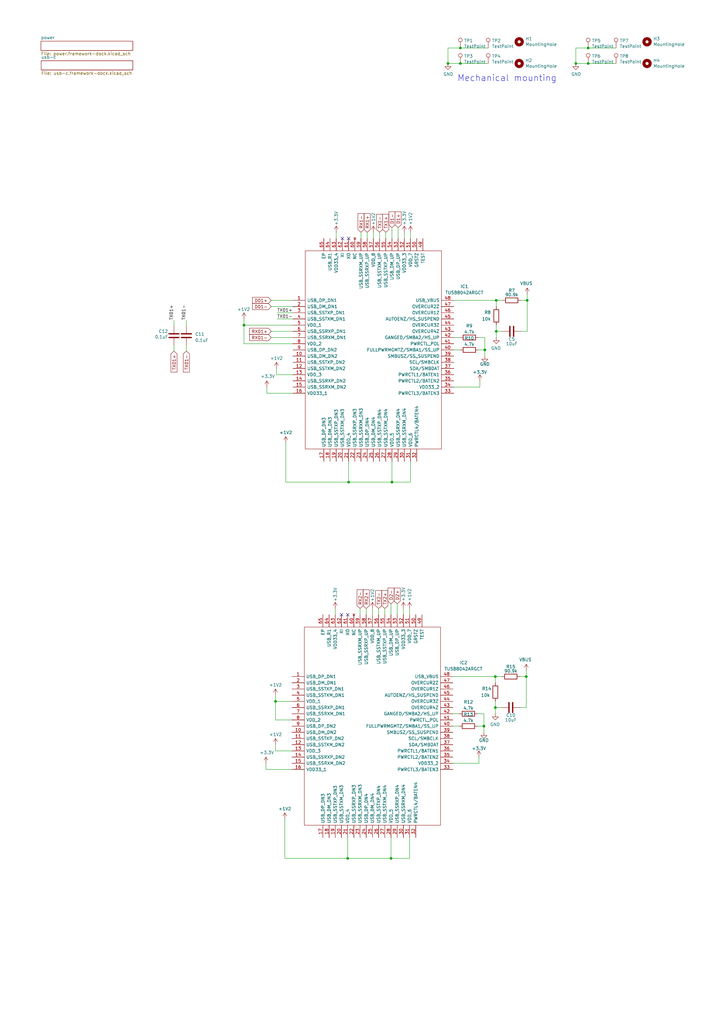
<source format=kicad_sch>
(kicad_sch (version 20230121) (generator eeschema)
  (paper "A3" portrait)
  (title_block (title "Framework Dock") (date "2023-04-29") (rev "X1") (comment 1 "This work is licensed under a Creative Commons Attribution 4.0 International License") (comment 4 "https://baumistlustig.eu/"))
  (lib_symbols
    (symbol "Connector:TestPoint" (pin_numbers hide) (pin_names (offset 0.762) hide)
      (property "Reference" "TP" (at 0 6.858 0))
      (property "Value" "TestPoint" (at 0 5.08 0))
      (symbol "TestPoint_0_1"
        (circle (center 0 3.302) (radius 0.762))
      )
      (symbol "TestPoint_1_1"
        (pin passive line (at 0 0 90) (length 2.54) (name "1") (number "1"))
      )
    )
    (symbol "Device:C" (pin_numbers hide) (pin_names (offset 0.254))
      (property "Reference" "C" (at 0.635 2.54 0))
      (property "Value" "C" (at 0.635 -2.54 0))
      (symbol "C_0_1"
        (polyline (pts (xy -2.032 -0.762) (xy 2.032 -0.762)) (stroke (width 0.508)))
        (polyline (pts (xy -2.032 0.762) (xy 2.032 0.762)) (stroke (width 0.508)))
      )
      (symbol "C_1_1"
        (pin passive line (at 0 3.81 270) (length 2.794) (name "~") (number "1"))
        (pin passive line (at 0 -3.81 90) (length 2.794) (name "~") (number "2"))
      )
    )
    (symbol "Device:R" (pin_numbers hide) (pin_names (offset 0))
      (property "Reference" "R" (at 2.032 0 90))
      (property "Value" "R" (at 0 0 90))
      (symbol "R_0_1"
        (rectangle (start -1.016 -2.54) (end 1.016 2.54) (stroke (width 0.254)))
      )
      (symbol "R_1_1"
        (pin passive line (at 0 3.81 270) (length 1.27) (name "~") (number "1"))
        (pin passive line (at 0 -3.81 90) (length 1.27) (name "~") (number "2"))
      )
    )
    (symbol "Mechanical:MountingHole" (pin_names (offset 1.016))
      (property "Reference" "H" (at 0 5.08 0))
      (property "Value" "MountingHole" (at 0 3.175 0))
      (symbol "MountingHole_0_1"
        (circle (center 0 0) (radius 1.27) (stroke (width 1.27)))
      )
    )
    (symbol "TUSB8042A:TUSB8042ARGCT" (pin_names (offset 0.762))
      (property "Reference" "IC" (at 62.23 25.4 0))
      (property "Value" "TUSB8042ARGCT" (at 62.23 22.86 0))
      (symbol "TUSB8042ARGCT_0_0"
        (pin passive line (at 0 0 0) (length 5.08) (name "USB_DP_DN1") (number "1"))
        (pin passive line (at 0 -22.86 0) (length 5.08) (name "USB_DM_DN2") (number "10"))
        (pin passive line (at 0 -25.4 0) (length 5.08) (name "USB_SSTXP_DN2") (number "11"))
        (pin passive line (at 0 -27.94 0) (length 5.08) (name "USB_SSTXM_DN2") (number "12"))
        (pin passive line (at 0 -30.48 0) (length 5.08) (name "VDD_3") (number "13"))
        (pin passive line (at 0 -33.02 0) (length 5.08) (name "USB_SSRXP_DN2") (number "14"))
        (pin passive line (at 0 -35.56 0) (length 5.08) (name "USB_SSRXM_DN2") (number "15"))
        (pin passive line (at 0 -38.1 0) (length 5.08) (name "VDD33_1") (number "16"))
        (pin passive line (at 12.7 -66.04 90) (length 5.08) (name "USB_DP_DN3") (number "17"))
        (pin passive line (at 15.24 -66.04 90) (length 5.08) (name "USB_DM_DN3") (number "18"))
        (pin passive line (at 17.78 -66.04 90) (length 5.08) (name "USB_SSTXP_DN3") (number "19"))
        (pin passive line (at 0 -2.54 0) (length 5.08) (name "USB_DM_DN1") (number "2"))
        (pin passive line (at 20.32 -66.04 90) (length 5.08) (name "USB_SSTXM_DN3") (number "20"))
        (pin passive line (at 22.86 -66.04 90) (length 5.08) (name "VDD_4") (number "21"))
        (pin passive line (at 25.4 -66.04 90) (length 5.08) (name "USB_SSRXP_DN3") (number "22"))
        (pin passive line (at 27.94 -66.04 90) (length 5.08) (name "USB_SSRXM_DN3") (number "23"))
        (pin passive line (at 30.48 -66.04 90) (length 5.08) (name "USB_DP_DN4") (number "24"))
        (pin passive line (at 33.02 -66.04 90) (length 5.08) (name "USB_DM_DN4") (number "25"))
        (pin passive line (at 35.56 -66.04 90) (length 5.08) (name "USB_SSTXP_DN4") (number "26"))
        (pin passive line (at 38.1 -66.04 90) (length 5.08) (name "USB_SSTXM_DN4") (number "27"))
        (pin passive line (at 40.64 -66.04 90) (length 5.08) (name "VDD_5") (number "28"))
        (pin passive line (at 43.18 -66.04 90) (length 5.08) (name "USB_SSRXP_DN4") (number "29"))
        (pin passive line (at 0 -5.08 0) (length 5.08) (name "USB_SSTXP_DN1") (number "3"))
        (pin passive line (at 45.72 -66.04 90) (length 5.08) (name "USB_SSRXM_DN4") (number "30"))
        (pin passive line (at 48.26 -66.04 90) (length 5.08) (name "VDD_6") (number "31"))
        (pin passive line (at 50.8 -66.04 90) (length 5.08) (name "PWRCTL4/BATEN4") (number "32"))
        (pin passive line (at 66.04 -38.1 180) (length 5.08) (name "PWRCTL3/BATEN3") (number "33"))
        (pin passive line (at 66.04 -35.56 180) (length 5.08) (name "VDD33_2") (number "34"))
        (pin passive line (at 66.04 -33.02 180) (length 5.08) (name "PWRCTL2/BATEN2") (number "35"))
        (pin passive line (at 66.04 -30.48 180) (length 5.08) (name "PWRCTL1/BATEN1") (number "36"))
        (pin passive line (at 66.04 -27.94 180) (length 5.08) (name "SDA/SMBDAT") (number "37"))
        (pin passive line (at 66.04 -25.4 180) (length 5.08) (name "SCL/SMBCLK") (number "38"))
        (pin passive line (at 66.04 -22.86 180) (length 5.08) (name "SMBUSZ/SS_SUSPEND") (number "39"))
        (pin passive line (at 0 -7.62 0) (length 5.08) (name "USB_SSTXM_DN1") (number "4"))
        (pin passive line (at 66.04 -20.32 180) (length 5.08) (name "FULLPWRMGMTZ/SMBA1/SS_UP") (number "40"))
        (pin passive line (at 66.04 -17.78 180) (length 5.08) (name "PWRCTL_POL") (number "41"))
        (pin passive line (at 66.04 -15.24 180) (length 5.08) (name "GANGED/SMBA2/HS_UP") (number "42"))
        (pin passive line (at 66.04 -12.7 180) (length 5.08) (name "OVERCUR4Z") (number "43"))
        (pin passive line (at 66.04 -10.16 180) (length 5.08) (name "OVERCUR3Z") (number "44"))
        (pin passive line (at 66.04 -7.62 180) (length 5.08) (name "AUTOENZ/HS_SUSPEND") (number "45"))
        (pin passive line (at 66.04 -5.08 180) (length 5.08) (name "OVERCUR1Z") (number "46"))
        (pin passive line (at 66.04 -2.54 180) (length 5.08) (name "OVERCUR2Z") (number "47"))
        (pin passive line (at 66.04 0 180) (length 5.08) (name "USB_VBUS") (number "48"))
        (pin passive line (at 53.34 25.4 270) (length 5.08) (name "TEST") (number "49"))
        (pin passive line (at 0 -10.16 0) (length 5.08) (name "VDD_1") (number "5"))
        (pin passive line (at 50.8 25.4 270) (length 5.08) (name "GRSTZ") (number "50"))
        (pin passive line (at 48.26 25.4 270) (length 5.08) (name "VDD_7") (number "51"))
        (pin passive line (at 45.72 25.4 270) (length 5.08) (name "VDD33_3") (number "52"))
        (pin passive line (at 43.18 25.4 270) (length 5.08) (name "USB_DP_UP") (number "53"))
        (pin passive line (at 40.64 25.4 270) (length 5.08) (name "USB_DM_UP") (number "54"))
        (pin passive line (at 38.1 25.4 270) (length 5.08) (name "USB_SSTXP_UP") (number "55"))
        (pin passive line (at 35.56 25.4 270) (length 5.08) (name "USB_SSTXM_UP") (number "56"))
        (pin passive line (at 33.02 25.4 270) (length 5.08) (name "VDD_8") (number "57"))
        (pin passive line (at 30.48 25.4 270) (length 5.08) (name "USB_SSRXP_UP") (number "58"))
        (pin passive line (at 27.94 25.4 270) (length 5.08) (name "USB_SSRXM_UP") (number "59"))
        (pin passive line (at 0 -12.7 0) (length 5.08) (name "USB_SSRXP_DN1") (number "6"))
        (pin no_connect line (at 25.4 25.4 270) (length 5.08) (name "NC") (number "60"))
        (pin passive line (at 22.86 25.4 270) (length 5.08) (name "XO") (number "61"))
        (pin passive line (at 20.32 25.4 270) (length 5.08) (name "XI") (number "62"))
        (pin passive line (at 17.78 25.4 270) (length 5.08) (name "VDD33_4") (number "63"))
        (pin passive line (at 15.24 25.4 270) (length 5.08) (name "USB_R1") (number "64"))
        (pin passive line (at 12.7 25.4 270) (length 5.08) (name "EP") (number "65"))
        (pin passive line (at 0 -15.24 0) (length 5.08) (name "USB_SSRXM_DN1") (number "7"))
        (pin passive line (at 0 -17.78 0) (length 5.08) (name "VDD_2") (number "8"))
        (pin passive line (at 0 -20.32 0) (length 5.08) (name "USB_DP_DN2") (number "9"))
      )
      (symbol "TUSB8042ARGCT_0_1"
        (polyline (pts (xy 5.08 20.32) (xy 60.96 20.32) (xy 60.96 -60.96) (xy 5.08 -60.96) (xy 5.08 20.32)) (stroke (width 0.1524)))
      )
    )
    (symbol "power:+1V2" (power) (pin_names (offset 0))
      (property "Value" "+1V2" (at 0 3.556 0))
      (symbol "+1V2_0_1"
        (polyline (pts (xy -0.762 1.27) (xy 0 2.54)))
        (polyline (pts (xy 0 0) (xy 0 2.54)))
        (polyline (pts (xy 0 2.54) (xy 0.762 1.27)))
      )
      (symbol "+1V2_1_1"
        (pin power_in line (at 0 0 90) (length 0) hide (name "+1V2") (number "1"))
      )
    )
    (symbol "power:+3.3V" (power) (pin_names (offset 0))
      (property "Value" "+3.3V" (at 0 3.556 0))
      (symbol "+3.3V_0_1"
        (polyline (pts (xy -0.762 1.27) (xy 0 2.54)))
        (polyline (pts (xy 0 0) (xy 0 2.54)))
        (polyline (pts (xy 0 2.54) (xy 0.762 1.27)))
      )
      (symbol "+3.3V_1_1"
        (pin power_in line (at 0 0 90) (length 0) hide (name "+3.3V") (number "1"))
      )
    )
    (symbol "power:GND" (power) (pin_names (offset 0))
      (property "Value" "GND" (at 0 -3.81 0))
      (symbol "GND_0_1"
        (polyline (pts (xy 0 0) (xy 0 -1.27) (xy 1.27 -1.27) (xy 0 -2.54) (xy -1.27 -1.27) (xy 0 -1.27)))
      )
      (symbol "GND_1_1"
        (pin power_in line (at 0 0 270) (length 0) hide (name "GND") (number "1"))
      )
    )
    (symbol "power:VBUS" (power) (pin_names (offset 0))
      (property "Value" "VBUS" (at 0 3.81 0))
      (symbol "VBUS_0_1"
        (polyline (pts (xy -0.762 1.27) (xy 0 2.54)))
        (polyline (pts (xy 0 0) (xy 0 2.54)))
        (polyline (pts (xy 0 2.54) (xy 0.762 1.27)))
      )
      (symbol "VBUS_1_1"
        (pin power_in line (at 0 0 90) (length 0) hide (name "VBUS") (number "1"))
      )
    )
  )
  (junction (at 160.782 197.739))
  (junction (at 188.849 19.685))
  (junction (at 183.769 26.035))
  (junction (at 142.621 352.044))
  (junction (at 198.501 297.815))
  (junction (at 143.002 197.739))
  (junction (at 215.9 277.495))
  (junction (at 203.2 277.495))
  (junction (at 160.401 352.044))
  (junction (at 203.581 135.89))
  (junction (at 236.22 26.035))
  (junction (at 241.3 19.685))
  (junction (at 203.581 123.19))
  (junction (at 216.281 123.19))
  (junction (at 241.3 26.035))
  (junction (at 198.882 143.51))
  (junction (at 188.849 26.035))
  (junction (at 113.03 287.655))
  (junction (at 203.2 290.195))
  (junction (at 100.076 133.35))
  (no_connect (at 142.621 252.095))
  (no_connect (at 143.002 97.79))
  (no_connect (at 140.462 97.79))
  (no_connect (at 140.081 252.095))
  (wire (pts (xy 186.182 123.19) (xy 203.581 123.19)))
  (wire (pts (xy 168.021 352.044) (xy 168.021 343.535)))
  (wire (pts (xy 143.002 189.23) (xy 143.002 197.739)))
  (wire (pts (xy 198.882 143.51) (xy 196.342 143.51)))
  (wire (pts (xy 153.162 97.79) (xy 153.162 95.25)))
  (wire (pts (xy 185.801 313.055) (xy 196.469 313.055)))
  (wire (pts (xy 113.665 128.27) (xy 120.142 128.27)))
  (wire (pts (xy 152.781 252.095) (xy 152.781 249.555)))
  (wire (pts (xy 200.279 26.035) (xy 188.849 26.035)))
  (wire (pts (xy 185.801 292.735) (xy 188.341 292.735)))
  (wire (pts (xy 216.281 123.19) (xy 216.281 135.89)))
  (wire (pts (xy 120.142 161.29) (xy 109.474 161.29)))
  (wire (pts (xy 168.402 197.739) (xy 168.402 189.23)))
  (wire (pts (xy 215.9 277.495) (xy 213.36 277.495)))
  (wire (pts (xy 198.882 138.43) (xy 196.342 138.43)))
  (wire (pts (xy 198.501 297.815) (xy 198.501 300.355)))
  (wire (pts (xy 186.182 143.51) (xy 188.722 143.51)))
  (wire (pts (xy 203.2 277.495) (xy 203.2 280.035)))
  (wire (pts (xy 71.374 133.858) (xy 71.374 131.318)))
  (wire (pts (xy 205.74 277.495) (xy 203.2 277.495)))
  (wire (pts (xy 113.03 307.975) (xy 113.03 305.435)))
  (wire (pts (xy 76.454 133.858) (xy 76.454 131.318)))
  (wire (pts (xy 111.252 123.19) (xy 120.142 123.19)))
  (wire (pts (xy 252.73 19.685) (xy 241.3 19.685)))
  (wire (pts (xy 158.242 97.79) (xy 158.242 95.25)))
  (wire (pts (xy 203.581 135.89) (xy 203.581 133.35)))
  (wire (pts (xy 236.22 19.685) (xy 236.22 26.035)))
  (wire (pts (xy 160.782 97.79) (xy 160.782 93.345)))
  (wire (pts (xy 150.241 252.095) (xy 150.241 249.555)))
  (wire (pts (xy 215.9 277.495) (xy 215.9 290.195)))
  (wire (pts (xy 113.411 153.67) (xy 113.411 151.13)))
  (wire (pts (xy 113.03 295.275) (xy 119.761 295.275)))
  (wire (pts (xy 137.541 252.095) (xy 137.541 249.555)))
  (wire (pts (xy 203.581 123.19) (xy 203.581 125.73)))
  (wire (pts (xy 198.501 292.735) (xy 195.961 292.735)))
  (wire (pts (xy 100.076 133.35) (xy 100.076 140.97)))
  (wire (pts (xy 215.9 277.495) (xy 215.9 274.955)))
  (wire (pts (xy 113.03 307.975) (xy 119.761 307.975)))
  (wire (pts (xy 165.481 252.095) (xy 165.481 249.555)))
  (wire (pts (xy 76.454 144.018) (xy 76.454 141.478)))
  (wire (pts (xy 216.281 135.89) (xy 213.741 135.89)))
  (wire (pts (xy 186.182 158.75) (xy 196.85 158.75)))
  (wire (pts (xy 160.782 197.739) (xy 168.402 197.739)))
  (wire (pts (xy 186.182 138.43) (xy 188.722 138.43)))
  (wire (pts (xy 155.321 252.095) (xy 155.321 249.555)))
  (wire (pts (xy 116.84 352.044) (xy 142.621 352.044)))
  (wire (pts (xy 100.076 140.97) (xy 120.142 140.97)))
  (wire (pts (xy 143.002 197.739) (xy 160.782 197.739)))
  (wire (pts (xy 160.401 343.535) (xy 160.401 352.044)))
  (wire (pts (xy 148.082 97.79) (xy 148.082 95.25)))
  (wire (pts (xy 183.769 19.685) (xy 183.769 26.035)))
  (wire (pts (xy 198.501 297.815) (xy 195.961 297.815)))
  (wire (pts (xy 196.85 158.75) (xy 196.85 156.21)))
  (wire (pts (xy 71.374 144.018) (xy 71.374 141.478)))
  (wire (pts (xy 216.281 123.19) (xy 216.281 120.65)))
  (wire (pts (xy 100.076 133.35) (xy 100.076 130.81)))
  (wire (pts (xy 252.73 26.035) (xy 241.3 26.035)))
  (wire (pts (xy 160.401 252.095) (xy 160.401 247.65)))
  (wire (pts (xy 160.401 352.044) (xy 168.021 352.044)))
  (wire (pts (xy 100.076 133.35) (xy 120.142 133.35)))
  (wire (pts (xy 150.622 97.79) (xy 150.622 95.25)))
  (wire (pts (xy 168.021 252.095) (xy 168.021 249.555)))
  (wire (pts (xy 109.093 315.595) (xy 109.093 313.055)))
  (wire (pts (xy 168.402 97.79) (xy 168.402 95.25)))
  (wire (pts (xy 203.581 135.89) (xy 203.581 138.43)))
  (wire (pts (xy 206.121 135.89) (xy 203.581 135.89)))
  (wire (pts (xy 155.702 97.79) (xy 155.702 95.25)))
  (wire (pts (xy 113.03 287.655) (xy 113.03 285.115)))
  (wire (pts (xy 198.882 138.43) (xy 198.882 143.51)))
  (wire (pts (xy 111.252 138.43) (xy 120.142 138.43)))
  (wire (pts (xy 200.279 19.685) (xy 188.849 19.685)))
  (wire (pts (xy 142.621 343.535) (xy 142.621 352.044)))
  (wire (pts (xy 109.474 161.29) (xy 109.474 158.75)))
  (wire (pts (xy 113.411 153.67) (xy 120.142 153.67)))
  (wire (pts (xy 215.9 290.195) (xy 213.36 290.195)))
  (wire (pts (xy 185.801 277.495) (xy 203.2 277.495)))
  (wire (pts (xy 157.861 252.095) (xy 157.861 249.555)))
  (wire (pts (xy 147.701 252.095) (xy 147.701 249.555)))
  (wire (pts (xy 198.882 143.51) (xy 198.882 146.05)))
  (wire (pts (xy 188.849 26.035) (xy 183.769 26.035)))
  (wire (pts (xy 185.801 297.815) (xy 188.341 297.815)))
  (wire (pts (xy 116.84 335.915) (xy 116.84 352.044)))
  (wire (pts (xy 165.862 97.79) (xy 165.862 95.25)))
  (wire (pts (xy 241.3 19.685) (xy 236.22 19.685)))
  (wire (pts (xy 160.782 189.23) (xy 160.782 197.739)))
  (wire (pts (xy 216.281 123.19) (xy 213.741 123.19)))
  (wire (pts (xy 117.221 181.61) (xy 117.221 197.739)))
  (wire (pts (xy 188.849 19.685) (xy 183.769 19.685)))
  (wire (pts (xy 203.2 290.195) (xy 203.2 287.655)))
  (wire (pts (xy 163.322 97.79) (xy 163.322 93.345)))
  (wire (pts (xy 142.621 352.044) (xy 160.401 352.044)))
  (wire (pts (xy 206.121 123.19) (xy 203.581 123.19)))
  (wire (pts (xy 113.665 130.81) (xy 120.142 130.81)))
  (wire (pts (xy 119.761 315.595) (xy 109.093 315.595)))
  (wire (pts (xy 196.469 313.055) (xy 196.469 310.515)))
  (wire (pts (xy 111.252 135.89) (xy 120.142 135.89)))
  (wire (pts (xy 198.501 292.735) (xy 198.501 297.815)))
  (wire (pts (xy 162.941 252.095) (xy 162.941 247.65)))
  (wire (pts (xy 137.922 97.79) (xy 137.922 95.25)))
  (wire (pts (xy 117.221 197.739) (xy 143.002 197.739)))
  (wire (pts (xy 203.2 290.195) (xy 203.2 292.735)))
  (wire (pts (xy 111.252 125.73) (xy 120.142 125.73)))
  (wire (pts (xy 205.74 290.195) (xy 203.2 290.195)))
  (wire (pts (xy 113.03 287.655) (xy 113.03 295.275)))
  (wire (pts (xy 113.03 287.655) (xy 119.761 287.655)))
  (wire (pts (xy 241.3 26.035) (xy 236.22 26.035)))
  (text "Mechanical mounting" (at 187.579 33.655 0) (effects (font (size 2.54 2.54)) (justify left bottom)))
  (label "TX01-" (at 76.454 131.318 90))
  (label "TX01-" (at 113.665 130.81 0))
  (label "TX01+" (at 71.374 131.318 90))
  (label "TX01+" (at 113.665 128.27 0))
  (global_label "D1-" (shape input) (at 160.782 93.345 90) (property "Intersheetrefs" "${INTERSHEET_REFS}" (effects hide)))
  (global_label "D2-" (shape input) (at 160.401 247.65 90) (property "Intersheetrefs" "${INTERSHEET_REFS}" (effects hide)))
  (global_label "RX1+" (shape input) (at 150.622 95.25 90) (property "Intersheetrefs" "${INTERSHEET_REFS}" (effects hide)))
  (global_label "TX01-" (shape input) (at 76.454 144.018 270) (property "Intersheetrefs" "${INTERSHEET_REFS}" (effects hide)))
  (global_label "RX01-" (shape input) (at 111.252 138.43 180) (property "Intersheetrefs" "${INTERSHEET_REFS}" (effects hide)))
  (global_label "TX2+" (shape input) (at 157.861 249.555 90) (property "Intersheetrefs" "${INTERSHEET_REFS}" (effects hide)))
  (global_label "D01-" (shape input) (at 111.252 125.73 180) (property "Intersheetrefs" "${INTERSHEET_REFS}" (effects hide)))
  (global_label "D1+" (shape input) (at 163.322 93.345 90) (property "Intersheetrefs" "${INTERSHEET_REFS}" (effects hide)))
  (global_label "D01+" (shape input) (at 111.252 123.19 180) (property "Intersheetrefs" "${INTERSHEET_REFS}" (effects hide)))
  (global_label "RX2+" (shape input) (at 150.241 249.555 90) (property "Intersheetrefs" "${INTERSHEET_REFS}" (effects hide)))
  (global_label "D2+" (shape input) (at 162.941 247.65 90) (property "Intersheetrefs" "${INTERSHEET_REFS}" (effects hide)))
  (global_label "TX2-" (shape input) (at 155.321 249.555 90) (property "Intersheetrefs" "${INTERSHEET_REFS}" (effects hide)))
  (global_label "TX1+" (shape input) (at 158.242 95.25 90) (property "Intersheetrefs" "${INTERSHEET_REFS}" (effects hide)))
  (global_label "RX2-" (shape input) (at 147.701 249.555 90) (property "Intersheetrefs" "${INTERSHEET_REFS}" (effects hide)))
  (global_label "TX01+" (shape input) (at 71.374 144.018 270) (property "Intersheetrefs" "${INTERSHEET_REFS}" (effects hide)))
  (global_label "RX01+" (shape input) (at 111.252 135.89 180) (property "Intersheetrefs" "${INTERSHEET_REFS}" (effects hide)))
  (global_label "RX1-" (shape input) (at 148.082 95.25 90) (property "Intersheetrefs" "${INTERSHEET_REFS}" (effects hide)))
  (global_label "TX1-" (shape input) (at 155.702 95.25 90) (property "Intersheetrefs" "${INTERSHEET_REFS}" (effects hide)))
  (symbol (lib_id "Mechanical:MountingHole") (at 212.979 17.145 0) (unit 1)
    (property "Reference" "H1" (at 215.519 15.9004 0) (effects (justify left)))
    (property "Value" "MountingHole" (at 215.519 18.2118 0) (effects (justify left)))
    (property "Footprint" "MountingHole:MountingHole_2.2mm_M2" (effects hide))
  )
  (symbol (lib_id "Mechanical:MountingHole") (at 212.979 26.035 0) (unit 1)
    (property "Reference" "H2" (at 215.519 24.7904 0) (effects (justify left)))
    (property "Value" "MountingHole" (at 215.519 27.1018 0) (effects (justify left)))
    (property "Footprint" "MountingHole:MountingHole_2.2mm_M2" (effects hide))
  )
  (symbol (lib_id "Connector:TestPoint") (at 200.279 19.685 0) (unit 1)
    (property "Reference" "TP2" (at 201.7522 16.6878 0) (effects (justify left)))
    (property "Value" "TestPoint" (at 201.7522 18.9992 0) (effects (justify left)))
    (property "Footprint" "TestPoint:TestPoint_Pad_1.5x1.5mm" (effects hide))
  )
  (symbol (lib_id "Connector:TestPoint") (at 188.849 19.685 0) (unit 1)
    (property "Reference" "TP1" (at 190.3222 16.6878 0) (effects (justify left)))
    (property "Value" "TestPoint" (at 190.3222 18.9992 0) (effects (justify left)))
    (property "Footprint" "TestPoint:TestPoint_Pad_1.5x1.5mm" (effects hide))
  )
  (symbol (lib_id "Connector:TestPoint") (at 188.849 26.035 0) (unit 1)
    (property "Reference" "TP3" (at 190.3222 23.0378 0) (effects (justify left)))
    (property "Value" "TestPoint" (at 190.3222 25.3492 0) (effects (justify left)))
    (property "Footprint" "TestPoint:TestPoint_Pad_1.5x1.5mm" (effects hide))
  )
  (symbol (lib_id "Connector:TestPoint") (at 200.279 26.035 0) (unit 1)
    (property "Reference" "TP4" (at 201.7522 23.0378 0) (effects (justify left)))
    (property "Value" "TestPoint" (at 201.7522 25.3492 0) (effects (justify left)))
    (property "Footprint" "TestPoint:TestPoint_Pad_1.5x1.5mm" (effects hide))
  )
  (symbol (lib_id "power:GND") (at 183.769 26.035 0) (unit 1)
    (property "Reference" "#PWR0101" (effects hide))
    (property "Value" "GND" (at 183.896 30.4292 0))
  )
  (symbol (lib_id "power:+1V2") (at 168.402 95.25 0) (unit 1)
    (property "Reference" "#PWR032" (effects hide))
    (property "Value" "+1V2" (at 168.402 89.662 90))
  )
  (symbol (lib_id "Device:C") (at 209.931 135.89 270) (mirror x) (unit 1)
    (property "Reference" "C5" (at 209.931 139.065 90))
    (property "Value" "10uF" (at 209.931 140.97 90))
    (property "Footprint" "Capacitor_SMD:C_0805_2012Metric" (effects hide))
  )
  (symbol (lib_id "power:+1V2") (at 100.076 130.81 0) (unit 1)
    (property "Reference" "#PWR031" (effects hide))
    (property "Value" "+1V2" (at 99.949 126.873 0))
  )
  (symbol (lib_id "power:+1V2") (at 152.781 249.555 0) (unit 1)
    (property "Reference" "#PWR045" (effects hide))
    (property "Value" "+1V2" (at 152.781 244.094 90))
  )
  (symbol (lib_id "Mechanical:MountingHole") (at 265.43 17.145 0) (unit 1)
    (property "Reference" "H3" (at 267.97 15.9004 0) (effects (justify left)))
    (property "Value" "MountingHole" (at 267.97 18.2118 0) (effects (justify left)))
    (property "Footprint" "MountingHole:MountingHole_2.2mm_M2" (effects hide))
  )
  (symbol (lib_id "Connector:TestPoint") (at 241.3 19.685 0) (unit 1)
    (property "Reference" "TP5" (at 242.7732 16.6878 0) (effects (justify left)))
    (property "Value" "TestPoint" (at 242.7732 18.9992 0) (effects (justify left)))
    (property "Footprint" "TestPoint:TestPoint_Pad_1.5x1.5mm" (effects hide))
  )
  (symbol (lib_id "power:+3.3V") (at 165.862 95.25 0) (unit 1)
    (property "Reference" "#PWR024" (effects hide))
    (property "Value" "+3.3V" (at 165.862 89.408 90))
  )
  (symbol (lib_id "power:+1V2") (at 113.03 285.115 0) (unit 1)
    (property "Reference" "#PWR041" (effects hide))
    (property "Value" "+1V2" (at 113.03 280.924 0))
  )
  (symbol (lib_id "power:GND") (at 198.501 300.355 0) (mirror y) (unit 1)
    (property "Reference" "#PWR049" (effects hide))
    (property "Value" "GND" (at 198.501 303.657 0))
  )
  (symbol (lib_id "TUSB8042A:TUSB8042ARGCT") (at 119.761 277.495 0) (unit 1)
    (property "Reference" "IC2" (at 190.119 271.8053 0))
    (property "Value" "TUSB8042ARGCT" (at 190.119 274.3453 0))
    (property "Footprint" "Package_DFN_QFN:QFN-64-1EP_9x9mm_P0.5mm_EP6x6mm" (effects hide))
    (property "Datasheet" "https://www.ti.com/lit/gpn/tusb8042a" (effects hide))
    (property "Description" "USB Interface IC Four-port USB 3.2 x1 gen1 hub 64-VQFN 0 to 70" (effects hide))
    (property "Height" "1" (effects hide))
    (property "Mouser Part Number" "595-TUSB8042ARGCT" (effects hide))
    (property "Mouser Price/Stock" "https://www.mouser.co.uk/ProductDetail/Texas-Instruments/TUSB8042ARGCT?qs=%252B6g0mu59x7LFJPr1R%2FKKaA%3D%3D" (effects hide))
    (property "Manufacturer_Name" "Texas Instruments" (effects hide))
    (property "Manufacturer_Part_Number" "TUSB8042ARGCT" (effects hide))
  )
  (symbol (lib_id "power:+3.3V") (at 137.922 95.25 0) (unit 1)
    (property "Reference" "#PWR025" (effects hide))
    (property "Value" "+3.3V" (at 137.922 89.535 90))
  )
  (symbol (lib_id "power:GND") (at 198.882 146.05 0) (mirror y) (unit 1)
    (property "Reference" "#PWR036" (effects hide))
    (property "Value" "GND" (at 198.882 149.352 0))
  )
  (symbol (lib_id "Device:R") (at 192.151 292.735 90) (unit 1)
    (property "Reference" "R12" (at 192.151 287.909 90))
    (property "Value" "4.7k" (at 192.151 290.449 90))
    (property "Footprint" "Resistor_SMD:R_0201_0603Metric" (effects hide))
  )
  (symbol (lib_id "Mechanical:MountingHole") (at 265.43 26.035 0) (unit 1)
    (property "Reference" "H4" (at 267.97 24.7904 0) (effects (justify left)))
    (property "Value" "MountingHole" (at 267.97 27.1018 0) (effects (justify left)))
    (property "Footprint" "MountingHole:MountingHole_2.2mm_M2" (effects hide))
  )
  (symbol (lib_id "Device:R") (at 203.581 129.54 0) (mirror x) (unit 1)
    (property "Reference" "R8" (at 200.025 128.143 0))
    (property "Value" "10k" (at 199.517 130.81 0))
    (property "Footprint" "Resistor_SMD:R_0201_0603Metric" (effects hide))
  )
  (symbol (lib_id "power:GND") (at 203.581 138.43 0) (mirror y) (unit 1)
    (property "Reference" "#PWR035" (effects hide))
    (property "Value" "GND" (at 203.454 142.8242 0))
  )
  (symbol (lib_id "power:+1V2") (at 113.03 305.435 0) (unit 1)
    (property "Reference" "#PWR042" (effects hide))
    (property "Value" "+1V2" (at 113.03 301.244 0))
  )
  (symbol (lib_id "Connector:TestPoint") (at 252.73 19.685 0) (unit 1)
    (property "Reference" "TP7" (at 254.2032 16.6878 0) (effects (justify left)))
    (property "Value" "TestPoint" (at 254.2032 18.9992 0) (effects (justify left)))
    (property "Footprint" "TestPoint:TestPoint_Pad_1.5x1.5mm" (effects hide))
  )
  (symbol (lib_id "Connector:TestPoint") (at 252.73 26.035 0) (unit 1)
    (property "Reference" "TP8" (at 254.2032 23.0378 0) (effects (justify left)))
    (property "Value" "TestPoint" (at 254.2032 25.3492 0) (effects (justify left)))
    (property "Footprint" "TestPoint:TestPoint_Pad_1.5x1.5mm" (effects hide))
  )
  (symbol (lib_id "Device:R") (at 192.532 138.43 90) (unit 1)
    (property "Reference" "R9" (at 192.532 133.604 90))
    (property "Value" "4.7k" (at 192.532 136.144 90))
    (property "Footprint" "Resistor_SMD:R_0201_0603Metric" (effects hide))
  )
  (symbol (lib_id "power:VBUS") (at 215.9 274.955 0) (mirror y) (unit 1)
    (property "Reference" "#PWR051" (effects hide))
    (property "Value" "VBUS" (at 215.519 270.5608 0))
  )
  (symbol (lib_id "Device:C") (at 76.454 137.668 0) (unit 1)
    (property "Reference" "C11" (at 80.01 137.033 0) (effects (justify left)))
    (property "Value" "0.1uF" (at 80.01 139.573 0) (effects (justify left)))
  )
  (symbol (lib_id "power:VBUS") (at 216.281 120.65 0) (mirror y) (unit 1)
    (property "Reference" "#PWR034" (effects hide))
    (property "Value" "VBUS" (at 215.9 116.2558 0))
  )
  (symbol (lib_id "power:+1V2") (at 153.162 95.25 0) (unit 1)
    (property "Reference" "#PWR030" (effects hide))
    (property "Value" "+1V2" (at 153.162 89.789 90))
  )
  (symbol (lib_id "power:+3.3V") (at 137.541 249.555 0) (unit 1)
    (property "Reference" "#PWR044" (effects hide))
    (property "Value" "+3.3V" (at 137.541 243.84 90))
  )
  (symbol (lib_id "Device:C") (at 71.374 137.668 0) (unit 1)
    (property "Reference" "C12" (at 65.024 135.89 0) (effects (justify left)))
    (property "Value" "0.1uF" (at 63.5 138.176 0) (effects (justify left)))
  )
  (symbol (lib_id "power:+3.3V") (at 165.481 249.555 0) (unit 1)
    (property "Reference" "#PWR046" (effects hide))
    (property "Value" "+3.3V" (at 165.481 243.713 90))
  )
  (symbol (lib_id "power:GND") (at 236.22 26.035 0) (unit 1)
    (property "Reference" "#PWR052" (effects hide))
    (property "Value" "GND" (at 236.347 30.4292 0))
  )
  (symbol (lib_id "Device:C") (at 209.55 290.195 270) (mirror x) (unit 1)
    (property "Reference" "C10" (at 209.55 293.37 90))
    (property "Value" "10uF" (at 209.55 295.275 90))
    (property "Footprint" "Capacitor_SMD:C_0805_2012Metric" (effects hide))
  )
  (symbol (lib_id "Device:R") (at 203.2 283.845 0) (mirror x) (unit 1)
    (property "Reference" "R14" (at 199.644 282.448 0))
    (property "Value" "10k" (at 199.136 285.115 0))
    (property "Footprint" "Resistor_SMD:R_0201_0603Metric" (effects hide))
  )
  (symbol (lib_id "Device:R") (at 209.931 123.19 270) (mirror x) (unit 1)
    (property "Reference" "R7" (at 209.931 119.126 90))
    (property "Value" "90.9k" (at 209.931 120.904 90))
    (property "Footprint" "Resistor_SMD:R_0201_0603Metric" (effects hide))
  )
  (symbol (lib_id "power:+3.3V") (at 109.093 313.055 0) (unit 1)
    (property "Reference" "#PWR040" (effects hide))
    (property "Value" "+3.3V" (at 109.474 308.6608 0))
  )
  (symbol (lib_id "power:+3.3V") (at 196.469 310.515 0) (mirror y) (unit 1)
    (property "Reference" "#PWR048" (effects hide))
    (property "Value" "+3.3V" (at 196.469 306.959 0))
  )
  (symbol (lib_id "Device:R") (at 192.151 297.815 90) (unit 1)
    (property "Reference" "R13" (at 192.151 292.989 90))
    (property "Value" "4.7k" (at 192.151 295.529 90))
    (property "Footprint" "Resistor_SMD:R_0201_0603Metric" (effects hide))
  )
  (symbol (lib_id "power:+3.3V") (at 109.474 158.75 0) (unit 1)
    (property "Reference" "#PWR022" (effects hide))
    (property "Value" "+3.3V" (at 109.855 154.3558 0))
  )
  (symbol (lib_id "Device:R") (at 192.532 143.51 90) (unit 1)
    (property "Reference" "R10" (at 192.532 138.684 90))
    (property "Value" "4.7k" (at 192.532 141.224 90))
    (property "Footprint" "Resistor_SMD:R_0201_0603Metric" (effects hide))
  )
  (symbol (lib_id "Device:R") (at 209.55 277.495 270) (mirror x) (unit 1)
    (property "Reference" "R15" (at 209.55 273.431 90))
    (property "Value" "90.9k" (at 209.55 275.209 90))
    (property "Footprint" "Resistor_SMD:R_0201_0603Metric" (effects hide))
  )
  (symbol (lib_id "TUSB8042A:TUSB8042ARGCT") (at 120.142 123.19 0) (unit 1)
    (property "Reference" "IC1" (at 190.5 117.5003 0))
    (property "Value" "TUSB8042ARGCT" (at 190.5 120.0403 0))
    (property "Footprint" "Package_DFN_QFN:QFN-64-1EP_9x9mm_P0.5mm_EP6x6mm" (effects hide))
    (property "Datasheet" "https://www.ti.com/lit/gpn/tusb8042a" (effects hide))
    (property "Description" "USB Interface IC Four-port USB 3.2 x1 gen1 hub 64-VQFN 0 to 70" (effects hide))
    (property "Height" "1" (effects hide))
    (property "Mouser Part Number" "595-TUSB8042ARGCT" (effects hide))
    (property "Mouser Price/Stock" "https://www.mouser.co.uk/ProductDetail/Texas-Instruments/TUSB8042ARGCT?qs=%252B6g0mu59x7LFJPr1R%2FKKaA%3D%3D" (effects hide))
    (property "Manufacturer_Name" "Texas Instruments" (effects hide))
    (property "Manufacturer_Part_Number" "TUSB8042ARGCT" (effects hide))
  )
  (symbol (lib_id "power:+1V2") (at 117.221 181.61 0) (unit 1)
    (property "Reference" "#PWR033" (effects hide))
    (property "Value" "+1V2" (at 117.221 177.419 0))
  )
  (symbol (lib_id "power:+1V2") (at 168.021 249.555 0) (unit 1)
    (property "Reference" "#PWR047" (effects hide))
    (property "Value" "+1V2" (at 168.021 243.967 90))
  )
  (symbol (lib_id "Connector:TestPoint") (at 241.3 26.035 0) (unit 1)
    (property "Reference" "TP6" (at 242.7732 23.0378 0) (effects (justify left)))
    (property "Value" "TestPoint" (at 242.7732 25.3492 0) (effects (justify left)))
    (property "Footprint" "TestPoint:TestPoint_Pad_1.5x1.5mm" (effects hide))
  )
  (symbol (lib_id "power:GND") (at 203.2 292.735 0) (mirror y) (unit 1)
    (property "Reference" "#PWR050" (effects hide))
    (property "Value" "GND" (at 203.073 297.1292 0))
  )
  (symbol (lib_id "power:+1V2") (at 116.84 335.915 0) (unit 1)
    (property "Reference" "#PWR043" (effects hide))
    (property "Value" "+1V2" (at 116.84 331.724 0))
  )
  (symbol (lib_id "power:+1V2") (at 113.411 151.13 0) (unit 1)
    (property "Reference" "#PWR029" (effects hide))
    (property "Value" "+1V2" (at 113.411 146.939 0))
  )
  (symbol (lib_id "power:+3.3V") (at 196.85 156.21 0) (mirror y) (unit 1)
    (property "Reference" "#PWR023" (effects hide))
    (property "Value" "+3.3V" (at 196.85 152.654 0))
  )
  (sheet (at 16.891 24.892) (size 37.592 3.81) (stroke (width 0.1524))
    (property "Sheetname" "usb-c" (at 16.891 24.1804 0) (effects (justify left bottom)))
    (property "Sheetfile" "usb-c.framework-dock.kicad_sch" (at 16.891 29.2866 0) (effects (justify left top)))
  )
  (sheet (at 16.764 16.891) (size 37.719 3.81) (stroke (width 0.1524))
    (property "Sheetname" "power" (at 16.764 16.1794 0) (effects (justify left bottom)))
    (property "Sheetfile" "power.framework-dock.kicad_sch" (at 16.764 21.2856 0) (effects (justify left top)))
  )
)
</source>
